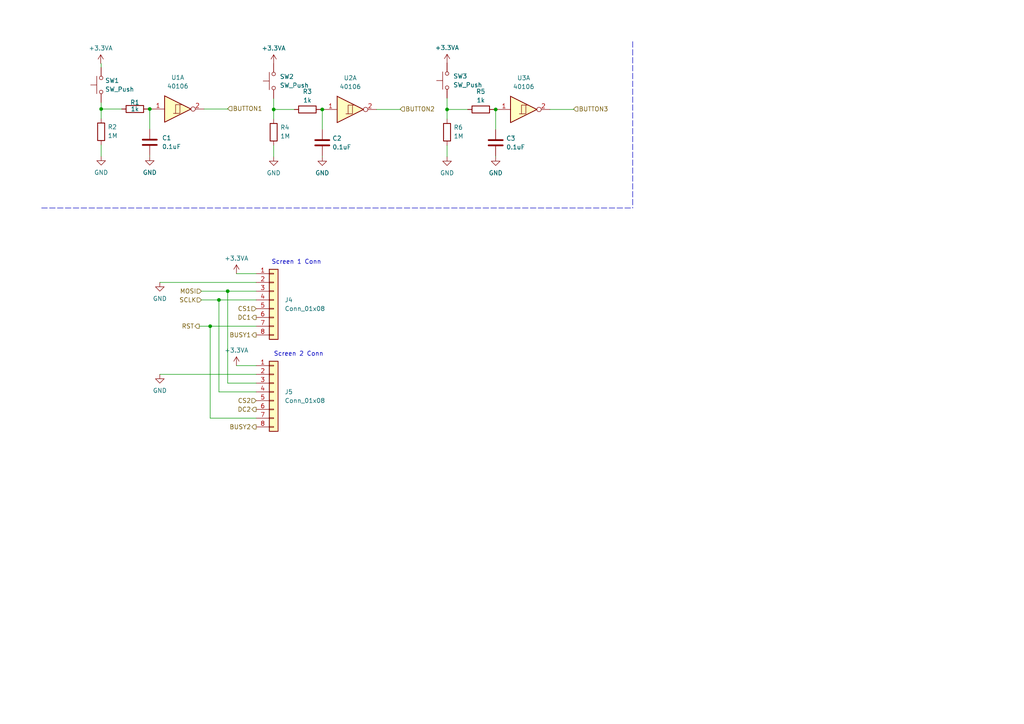
<source format=kicad_sch>
(kicad_sch (version 20230121) (generator eeschema)
  (paper "A4")
  (lib_symbols
    (symbol "4xxx:40106" (pin_names (offset 1.016))
      (property "Reference" "U" (at 0 1.27 0))
      (property "Value" "40106" (at 0 -1.27 0))
      (symbol "40106_1_0"
        (polyline (pts (xy -0.635 -1.27) (xy -0.635 1.27) (xy 0.635 1.27)))
        (polyline (pts (xy -3.81 3.81) (xy -3.81 -3.81) (xy 3.81 0) (xy -3.81 3.81)) (stroke (width 0.254)) (fill (type background)))
        (polyline (pts (xy -1.27 -1.27) (xy 0.635 -1.27) (xy 0.635 1.27) (xy 1.27 1.27)))
        (pin input line (at -7.62 0 0) (length 3.81) (name "~") (number "1"))
        (pin output inverted (at 7.62 0 180) (length 3.81) (name "~") (number "2"))
      )
      (symbol "40106_2_0"
        (polyline (pts (xy -0.635 -1.27) (xy -0.635 1.27) (xy 0.635 1.27)))
        (polyline (pts (xy -3.81 3.81) (xy -3.81 -3.81) (xy 3.81 0) (xy -3.81 3.81)) (stroke (width 0.254)) (fill (type background)))
        (polyline (pts (xy -1.27 -1.27) (xy 0.635 -1.27) (xy 0.635 1.27) (xy 1.27 1.27)))
        (pin input line (at -7.62 0 0) (length 3.81) (name "~") (number "3"))
        (pin output inverted (at 7.62 0 180) (length 3.81) (name "~") (number "4"))
      )
      (symbol "40106_3_0"
        (polyline (pts (xy -0.635 -1.27) (xy -0.635 1.27) (xy 0.635 1.27)))
        (polyline (pts (xy -3.81 3.81) (xy -3.81 -3.81) (xy 3.81 0) (xy -3.81 3.81)) (stroke (width 0.254)) (fill (type background)))
        (polyline (pts (xy -1.27 -1.27) (xy 0.635 -1.27) (xy 0.635 1.27) (xy 1.27 1.27)))
        (pin input line (at -7.62 0 0) (length 3.81) (name "~") (number "5"))
        (pin output inverted (at 7.62 0 180) (length 3.81) (name "~") (number "6"))
      )
      (symbol "40106_4_0"
        (polyline (pts (xy -0.635 -1.27) (xy -0.635 1.27) (xy 0.635 1.27)))
        (polyline (pts (xy -3.81 3.81) (xy -3.81 -3.81) (xy 3.81 0) (xy -3.81 3.81)) (stroke (width 0.254)) (fill (type background)))
        (polyline (pts (xy -1.27 -1.27) (xy 0.635 -1.27) (xy 0.635 1.27) (xy 1.27 1.27)))
        (pin output inverted (at 7.62 0 180) (length 3.81) (name "~") (number "8"))
        (pin input line (at -7.62 0 0) (length 3.81) (name "~") (number "9"))
      )
      (symbol "40106_5_0"
        (polyline (pts (xy -0.635 -1.27) (xy -0.635 1.27) (xy 0.635 1.27)))
        (polyline (pts (xy -3.81 3.81) (xy -3.81 -3.81) (xy 3.81 0) (xy -3.81 3.81)) (stroke (width 0.254)) (fill (type background)))
        (polyline (pts (xy -1.27 -1.27) (xy 0.635 -1.27) (xy 0.635 1.27) (xy 1.27 1.27)))
        (pin output inverted (at 7.62 0 180) (length 3.81) (name "~") (number "10"))
        (pin input line (at -7.62 0 0) (length 3.81) (name "~") (number "11"))
      )
      (symbol "40106_6_0"
        (polyline (pts (xy -0.635 -1.27) (xy -0.635 1.27) (xy 0.635 1.27)))
        (polyline (pts (xy -3.81 3.81) (xy -3.81 -3.81) (xy 3.81 0) (xy -3.81 3.81)) (stroke (width 0.254)) (fill (type background)))
        (polyline (pts (xy -1.27 -1.27) (xy 0.635 -1.27) (xy 0.635 1.27) (xy 1.27 1.27)))
        (pin output inverted (at 7.62 0 180) (length 3.81) (name "~") (number "12"))
        (pin input line (at -7.62 0 0) (length 3.81) (name "~") (number "13"))
      )
      (symbol "40106_7_0"
        (pin power_in line (at 0 12.7 270) (length 5.08) (name "VDD") (number "14"))
        (pin power_in line (at 0 -12.7 90) (length 5.08) (name "VSS") (number "7"))
      )
      (symbol "40106_7_1"
        (rectangle (start -5.08 7.62) (end 5.08 -7.62) (stroke (width 0.254)) (fill (type background)))
      )
    )
    (symbol "Connector_Generic:Conn_01x08" (pin_names (offset 1.016) hide)
      (property "Reference" "J" (at 0 10.16 0))
      (property "Value" "Conn_01x08" (at 0 -12.7 0))
      (symbol "Conn_01x08_1_1"
        (rectangle (start -1.27 -10.033) (end 0 -10.287) (stroke (width 0.1524)))
        (rectangle (start -1.27 -7.493) (end 0 -7.747) (stroke (width 0.1524)))
        (rectangle (start -1.27 -4.953) (end 0 -5.207) (stroke (width 0.1524)))
        (rectangle (start -1.27 -2.413) (end 0 -2.667) (stroke (width 0.1524)))
        (rectangle (start -1.27 0.127) (end 0 -0.127) (stroke (width 0.1524)))
        (rectangle (start -1.27 2.667) (end 0 2.413) (stroke (width 0.1524)))
        (rectangle (start -1.27 5.207) (end 0 4.953) (stroke (width 0.1524)))
        (rectangle (start -1.27 7.747) (end 0 7.493) (stroke (width 0.1524)))
        (rectangle (start -1.27 8.89) (end 1.27 -11.43) (stroke (width 0.254)) (fill (type background)))
        (pin passive line (at -5.08 7.62 0) (length 3.81) (name "Pin_1") (number "1"))
        (pin passive line (at -5.08 5.08 0) (length 3.81) (name "Pin_2") (number "2"))
        (pin passive line (at -5.08 2.54 0) (length 3.81) (name "Pin_3") (number "3"))
        (pin passive line (at -5.08 0 0) (length 3.81) (name "Pin_4") (number "4"))
        (pin passive line (at -5.08 -2.54 0) (length 3.81) (name "Pin_5") (number "5"))
        (pin passive line (at -5.08 -5.08 0) (length 3.81) (name "Pin_6") (number "6"))
        (pin passive line (at -5.08 -7.62 0) (length 3.81) (name "Pin_7") (number "7"))
        (pin passive line (at -5.08 -10.16 0) (length 3.81) (name "Pin_8") (number "8"))
      )
    )
    (symbol "Device:C" (pin_numbers hide) (pin_names (offset 0.254))
      (property "Reference" "C" (at 0.635 2.54 0))
      (property "Value" "C" (at 0.635 -2.54 0))
      (symbol "C_0_1"
        (polyline (pts (xy -2.032 -0.762) (xy 2.032 -0.762)) (stroke (width 0.508)))
        (polyline (pts (xy -2.032 0.762) (xy 2.032 0.762)) (stroke (width 0.508)))
      )
      (symbol "C_1_1"
        (pin passive line (at 0 3.81 270) (length 2.794) (name "~") (number "1"))
        (pin passive line (at 0 -3.81 90) (length 2.794) (name "~") (number "2"))
      )
    )
    (symbol "Device:R" (pin_numbers hide) (pin_names (offset 0))
      (property "Reference" "R" (at 2.032 0 90))
      (property "Value" "R" (at 0 0 90))
      (symbol "R_0_1"
        (rectangle (start -1.016 -2.54) (end 1.016 2.54) (stroke (width 0.254)))
      )
      (symbol "R_1_1"
        (pin passive line (at 0 3.81 270) (length 1.27) (name "~") (number "1"))
        (pin passive line (at 0 -3.81 90) (length 1.27) (name "~") (number "2"))
      )
    )
    (symbol "Switch:SW_Push" (pin_numbers hide) (pin_names (offset 1.016) hide)
      (property "Reference" "SW" (at 1.27 2.54 0))
      (property "Value" "SW_Push" (at 0 -1.524 0))
      (symbol "SW_Push_0_1"
        (circle (center -2.032 0) (radius 0.508))
        (polyline (pts (xy 0 1.27) (xy 0 3.048)))
        (polyline (pts (xy 2.54 1.27) (xy -2.54 1.27)))
        (circle (center 2.032 0) (radius 0.508))
        (pin passive line (at -5.08 0 0) (length 2.54) (name "1") (number "1"))
        (pin passive line (at 5.08 0 180) (length 2.54) (name "2") (number "2"))
      )
    )
    (symbol "power:+3.3VA" (power) (pin_names (offset 0))
      (property "Value" "+3.3VA" (at 0 3.556 0))
      (symbol "+3.3VA_0_1"
        (polyline (pts (xy -0.762 1.27) (xy 0 2.54)))
        (polyline (pts (xy 0 0) (xy 0 2.54)))
        (polyline (pts (xy 0 2.54) (xy 0.762 1.27)))
      )
      (symbol "+3.3VA_1_1"
        (pin power_in line (at 0 0 90) (length 0) hide (name "+3.3VA") (number "1"))
      )
    )
    (symbol "power:GND" (power) (pin_names (offset 0))
      (property "Value" "GND" (at 0 -3.81 0))
      (symbol "GND_0_1"
        (polyline (pts (xy 0 0) (xy 0 -1.27) (xy 1.27 -1.27) (xy 0 -2.54) (xy -1.27 -1.27) (xy 0 -1.27)))
      )
      (symbol "GND_1_1"
        (pin power_in line (at 0 0 270) (length 0) hide (name "GND") (number "1"))
      )
    )
  )
  (junction (at 43.434 31.623))
  (junction (at 66.04 84.455))
  (junction (at 93.472 31.75))
  (junction (at 63.5 86.995))
  (junction (at 60.96 94.615))
  (junction (at 129.667 31.75))
  (junction (at 143.764 31.75))
  (junction (at 29.337 31.623))
  (junction (at 79.375 31.75))
  (wire (pts (xy 29.337 29.718) (xy 29.337 31.623)))
  (wire (pts (xy 79.375 31.75) (xy 79.375 34.544)))
  (wire (pts (xy 92.964 31.75) (xy 93.472 31.75)))
  (polyline (pts (xy 12.065 60.325) (xy 183.515 60.325)) (stroke (width 0) (type dash)))
  (wire (pts (xy 66.04 31.623) (xy 66.04 31.496)))
  (wire (pts (xy 29.337 31.623) (xy 29.337 34.417)))
  (wire (pts (xy 68.58 79.375) (xy 74.295 79.375)))
  (wire (pts (xy 74.295 121.285) (xy 60.96 121.285)))
  (wire (pts (xy 63.5 86.995) (xy 74.295 86.995)))
  (wire (pts (xy 93.472 31.75) (xy 93.472 37.592)))
  (wire (pts (xy 93.472 45.212) (xy 93.472 45.466)))
  (wire (pts (xy 60.96 121.285) (xy 60.96 94.615)))
  (wire (pts (xy 66.04 111.125) (xy 74.295 111.125)))
  (wire (pts (xy 46.355 108.585) (xy 74.295 108.585)))
  (wire (pts (xy 143.764 31.75) (xy 143.764 37.592)))
  (wire (pts (xy 29.337 18.415) (xy 29.337 19.558)))
  (wire (pts (xy 143.256 31.75) (xy 143.764 31.75)))
  (wire (pts (xy 58.42 84.455) (xy 66.04 84.455)))
  (wire (pts (xy 93.472 31.75) (xy 93.98 31.75)))
  (wire (pts (xy 29.337 42.037) (xy 29.337 45.339)))
  (wire (pts (xy 66.04 84.455) (xy 74.295 84.455)))
  (wire (pts (xy 109.22 31.75) (xy 116.078 31.75)))
  (wire (pts (xy 59.182 31.623) (xy 66.04 31.623)))
  (wire (pts (xy 79.375 31.75) (xy 85.344 31.75)))
  (wire (pts (xy 43.434 31.623) (xy 43.942 31.623)))
  (wire (pts (xy 42.926 31.623) (xy 43.434 31.623)))
  (wire (pts (xy 66.04 84.455) (xy 66.04 111.125)))
  (wire (pts (xy 58.42 86.995) (xy 63.5 86.995)))
  (wire (pts (xy 79.375 28.575) (xy 79.375 31.75)))
  (wire (pts (xy 159.512 31.75) (xy 166.37 31.75)))
  (wire (pts (xy 116.078 31.75) (xy 116.078 31.623)))
  (wire (pts (xy 29.337 31.623) (xy 35.306 31.623)))
  (wire (pts (xy 63.5 86.995) (xy 63.5 113.665)))
  (wire (pts (xy 60.96 94.615) (xy 74.295 94.615)))
  (wire (pts (xy 43.434 31.623) (xy 43.434 37.465)))
  (wire (pts (xy 68.58 106.045) (xy 74.295 106.045)))
  (wire (pts (xy 129.667 28.448) (xy 129.667 31.75)))
  (polyline (pts (xy 183.515 12.065) (xy 183.515 60.325)) (stroke (width 0) (type dash)))
  (wire (pts (xy 129.667 31.75) (xy 135.636 31.75)))
  (wire (pts (xy 43.434 45.085) (xy 43.434 45.339)))
  (wire (pts (xy 79.375 42.164) (xy 79.375 45.466)))
  (wire (pts (xy 166.37 31.75) (xy 166.37 31.623)))
  (wire (pts (xy 46.355 81.915) (xy 74.295 81.915)))
  (wire (pts (xy 129.667 42.164) (xy 129.667 45.466)))
  (wire (pts (xy 63.5 113.665) (xy 74.295 113.665)))
  (wire (pts (xy 129.667 31.75) (xy 129.667 34.544)))
  (wire (pts (xy 57.785 94.615) (xy 60.96 94.615)))
  (wire (pts (xy 143.764 31.75) (xy 144.272 31.75)))
  (wire (pts (xy 143.764 45.212) (xy 143.764 45.466)))
  (text "Screen 1 Conn\n" (at 78.74 76.835 0) (effects (font (size 1.27 1.27)) (justify left bottom)))
  (text "Screen 2 Conn\n" (at 79.375 103.505 0) (effects (font (size 1.27 1.27)) (justify left bottom)))
  (hierarchical_label "DC2" (shape output) (at 74.295 118.745 180))
  (hierarchical_label "CS2" (shape input) (at 74.295 116.205 180))
  (hierarchical_label "BUTTON1" (shape input) (at 66.04 31.496 0))
  (hierarchical_label "MOSI" (shape input) (at 58.42 84.455 180))
  (hierarchical_label "BUSY1" (shape output) (at 74.295 97.155 180))
  (hierarchical_label "BUTTON3" (shape input) (at 166.37 31.623 0))
  (hierarchical_label "BUTTON2" (shape input) (at 116.078 31.623 0))
  (hierarchical_label "DC1" (shape output) (at 74.295 92.075 180))
  (hierarchical_label "RST" (shape output) (at 57.785 94.615 180))
  (hierarchical_label "BUSY2" (shape output) (at 74.295 123.825 180))
  (hierarchical_label "CS1" (shape input) (at 74.295 89.535 180))
  (hierarchical_label "SCLK" (shape input) (at 58.42 86.995 180))
  (symbol (lib_id "Switch:SW_Push") (at 79.375 23.495 90) (unit 1)
    (property "Reference" "SW2" (at 81.153 22.225 90) (effects (justify right)))
    (property "Value" "SW_Push" (at 81.153 24.765 90) (effects (justify right)))
  )
  (symbol (lib_id "power:GND") (at 143.764 45.466 0) (unit 1)
    (property "Reference" "#PWR020" (effects hide))
    (property "Value" "GND" (at 143.764 50.165 0))
  )
  (symbol (lib_id "4xxx:40106") (at 51.562 31.623 0) (unit 1)
    (property "Reference" "U1" (at 51.562 22.479 0))
    (property "Value" "40106" (at 51.562 25.019 0))
    (property "Datasheet" "https://assets.nexperia.com/documents/data-sheet/HEF40106B.pdf" (effects hide))
  )
  (symbol (lib_id "Device:R") (at 129.667 38.354 0) (unit 1)
    (property "Reference" "R6" (at 131.572 36.957 0) (effects (justify left)))
    (property "Value" "1M" (at 131.572 39.497 0) (effects (justify left)))
  )
  (symbol (lib_id "power:GND") (at 29.337 45.339 0) (unit 1)
    (property "Reference" "#PWR017" (effects hide))
    (property "Value" "GND" (at 29.337 50.038 0))
  )
  (symbol (lib_id "Device:C") (at 143.764 41.402 0) (unit 1)
    (property "Reference" "C3" (at 146.812 40.132 0) (effects (justify left)))
    (property "Value" "0.1uF" (at 146.812 42.672 0) (effects (justify left)))
  )
  (symbol (lib_id "Device:C") (at 43.434 41.275 0) (unit 1)
    (property "Reference" "C1" (at 46.99 40.005 0) (effects (justify left)))
    (property "Value" "0.1uF" (at 46.99 42.545 0) (effects (justify left)))
  )
  (symbol (lib_id "power:GND") (at 43.434 45.339 0) (unit 1)
    (property "Reference" "#PWR015" (effects hide))
    (property "Value" "GND" (at 43.434 50.038 0))
  )
  (symbol (lib_id "Switch:SW_Push") (at 129.667 23.368 90) (unit 1)
    (property "Reference" "SW3" (at 131.445 22.098 90) (effects (justify right)))
    (property "Value" "SW_Push" (at 131.445 24.638 90) (effects (justify right)))
  )
  (symbol (lib_id "Connector_Generic:Conn_01x08") (at 79.375 113.665 0) (unit 1)
    (property "Reference" "J5" (at 82.55 113.665 0) (effects (justify left)))
    (property "Value" "Conn_01x08" (at 82.55 116.205 0) (effects (justify left)))
  )
  (symbol (lib_id "Device:R") (at 29.337 38.227 0) (unit 1)
    (property "Reference" "R2" (at 31.242 36.83 0) (effects (justify left)))
    (property "Value" "1M" (at 31.242 39.37 0) (effects (justify left)))
  )
  (symbol (lib_id "power:GND") (at 93.472 45.466 0) (unit 1)
    (property "Reference" "#PWR019" (effects hide))
    (property "Value" "GND" (at 93.472 50.165 0))
  )
  (symbol (lib_id "power:GND") (at 46.355 81.915 0) (unit 1)
    (property "Reference" "#PWR029" (effects hide))
    (property "Value" "GND" (at 46.355 86.614 0))
  )
  (symbol (lib_id "4xxx:40106") (at 151.892 31.75 0) (unit 1)
    (property "Reference" "U3" (at 151.892 22.606 0))
    (property "Value" "40106" (at 151.892 25.146 0))
    (property "Datasheet" "https://assets.nexperia.com/documents/data-sheet/HEF40106B.pdf" (effects hide))
  )
  (symbol (lib_id "Device:R") (at 39.116 31.623 270) (unit 1)
    (property "Reference" "R1" (at 39.116 29.718 90))
    (property "Value" "1k" (at 39.116 31.623 90))
  )
  (symbol (lib_id "power:GND") (at 46.355 108.585 0) (unit 1)
    (property "Reference" "#PWR030" (effects hide))
    (property "Value" "GND" (at 46.355 113.284 0))
  )
  (symbol (lib_id "power:+3.3VA") (at 68.58 79.375 0) (unit 1)
    (property "Reference" "#PWR028" (effects hide))
    (property "Value" "+3.3VA" (at 68.58 74.93 0))
  )
  (symbol (lib_id "Device:R") (at 139.446 31.75 270) (unit 1)
    (property "Reference" "R5" (at 139.446 26.543 90))
    (property "Value" "1k" (at 139.446 29.083 90))
  )
  (symbol (lib_id "power:+3.3VA") (at 68.58 106.045 0) (unit 1)
    (property "Reference" "#PWR031" (effects hide))
    (property "Value" "+3.3VA" (at 68.58 101.6 0))
  )
  (symbol (lib_id "Connector_Generic:Conn_01x08") (at 79.375 86.995 0) (unit 1)
    (property "Reference" "J4" (at 82.55 86.995 0) (effects (justify left)))
    (property "Value" "Conn_01x08" (at 82.55 89.535 0) (effects (justify left)))
  )
  (symbol (lib_id "power:+3.3VA") (at 129.667 18.288 0) (unit 1)
    (property "Reference" "#PWR013" (effects hide))
    (property "Value" "+3.3VA" (at 129.667 13.843 0))
  )
  (symbol (lib_id "Device:R") (at 79.375 38.354 0) (unit 1)
    (property "Reference" "R4" (at 81.28 36.957 0) (effects (justify left)))
    (property "Value" "1M" (at 81.28 39.497 0) (effects (justify left)))
  )
  (symbol (lib_id "4xxx:40106") (at 101.6 31.75 0) (unit 1)
    (property "Reference" "U2" (at 101.6 22.606 0))
    (property "Value" "40106" (at 101.6 25.146 0))
    (property "Datasheet" "https://assets.nexperia.com/documents/data-sheet/HEF40106B.pdf" (effects hide))
  )
  (symbol (lib_id "power:+3.3VA") (at 29.21 18.415 0) (unit 1)
    (property "Reference" "#PWR033" (effects hide))
    (property "Value" "+3.3VA" (at 29.21 13.97 0))
  )
  (symbol (lib_id "power:GND") (at 129.667 45.466 0) (unit 1)
    (property "Reference" "#PWR016" (effects hide))
    (property "Value" "GND" (at 129.667 50.165 0))
  )
  (symbol (lib_id "Device:C") (at 93.472 41.402 0) (unit 1)
    (property "Reference" "C2" (at 96.393 40.132 0) (effects (justify left)))
    (property "Value" "0.1uF" (at 96.393 42.672 0) (effects (justify left)))
  )
  (symbol (lib_id "Device:R") (at 89.154 31.75 270) (unit 1)
    (property "Reference" "R3" (at 89.154 26.543 90))
    (property "Value" "1k" (at 89.154 29.083 90))
  )
  (symbol (lib_id "Switch:SW_Push") (at 29.337 24.638 90) (unit 1)
    (property "Reference" "SW1" (at 30.48 23.368 90) (effects (justify right)))
    (property "Value" "SW_Push" (at 30.48 25.908 90) (effects (justify right)))
  )
  (symbol (lib_id "power:+3.3VA") (at 79.375 18.415 0) (unit 1)
    (property "Reference" "#PWR014" (effects hide))
    (property "Value" "+3.3VA" (at 79.375 13.97 0))
  )
  (symbol (lib_id "power:GND") (at 79.375 45.466 0) (unit 1)
    (property "Reference" "#PWR018" (effects hide))
    (property "Value" "GND" (at 79.375 50.165 0))
  )
)
</source>
